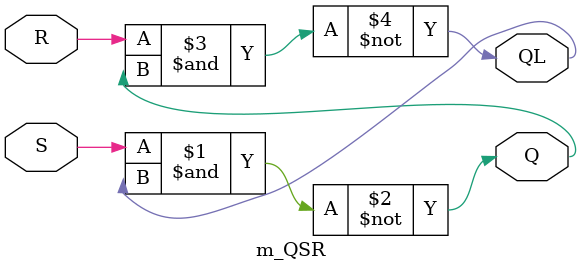
<source format=sv>
module m_QSR                                                                    //[CLOCK.NET:00124] MODULE QSR;
(                                                                               //[CLOCK.NET:00124] MODULE QSR;

    input    S,                                                                 //[CLOCK.NET:00126] INPUTS	S,R;
    input    R,                                                                 //[CLOCK.NET:00126] INPUTS	S,R;
    output    Q,                                                                //[CLOCK.NET:00127] OUTPUTS	Q,QL;
    output    QL                                                                //[CLOCK.NET:00127] OUTPUTS	Q,QL;
);                                                                              //[CLOCK.NET:00124] MODULE QSR;
                                                                                //[CLOCK.NET:00128] LEVEL FUNCTION;
assign Q = ~(S & QL);                                                           //[CLOCK.NET:00130] Q_(Q) = ND2B(S,QL);
assign QL = ~(R & Q);                                                           //[CLOCK.NET:00131] QL_(QL) = ND2B(R,Q);
endmodule                                                                       //[CLOCK.NET:00132] END MODULE;

</source>
